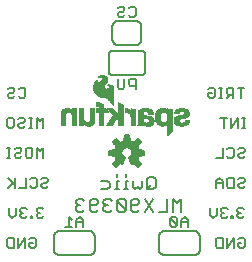
<source format=gbo>
G75*
%MOIN*%
%OFA0B0*%
%FSLAX25Y25*%
%IPPOS*%
%LPD*%
%AMOC8*
5,1,8,0,0,1.08239X$1,22.5*
%
%ADD10C,0.00600*%
%ADD11C,0.00800*%
%ADD12C,0.00591*%
%ADD13C,0.00300*%
D10*
X0175898Y0073867D02*
X0175898Y0076136D01*
X0176466Y0076703D01*
X0178167Y0076703D01*
X0178167Y0073300D01*
X0176466Y0073300D01*
X0175898Y0073867D01*
X0179582Y0073300D02*
X0179582Y0076703D01*
X0181850Y0076703D02*
X0179582Y0073300D01*
X0181850Y0073300D02*
X0181850Y0076703D01*
X0183265Y0076136D02*
X0183832Y0076703D01*
X0184966Y0076703D01*
X0185533Y0076136D01*
X0185533Y0073867D01*
X0184966Y0073300D01*
X0183832Y0073300D01*
X0183265Y0073867D01*
X0183265Y0075001D01*
X0184399Y0075001D01*
X0191533Y0077200D02*
X0191533Y0072800D01*
X0191535Y0072717D01*
X0191541Y0072634D01*
X0191550Y0072551D01*
X0191564Y0072469D01*
X0191581Y0072388D01*
X0191602Y0072307D01*
X0191626Y0072228D01*
X0191655Y0072150D01*
X0191686Y0072073D01*
X0191722Y0071998D01*
X0191760Y0071924D01*
X0191803Y0071852D01*
X0191848Y0071783D01*
X0191897Y0071715D01*
X0191948Y0071650D01*
X0192003Y0071587D01*
X0192060Y0071527D01*
X0192120Y0071470D01*
X0192183Y0071415D01*
X0192248Y0071364D01*
X0192316Y0071315D01*
X0192385Y0071270D01*
X0192457Y0071227D01*
X0192531Y0071189D01*
X0192606Y0071153D01*
X0192683Y0071122D01*
X0192761Y0071093D01*
X0192840Y0071069D01*
X0192921Y0071048D01*
X0193002Y0071031D01*
X0193084Y0071017D01*
X0193167Y0071008D01*
X0193250Y0071002D01*
X0193333Y0071000D01*
X0203333Y0071000D01*
X0203416Y0071002D01*
X0203499Y0071008D01*
X0203582Y0071017D01*
X0203664Y0071031D01*
X0203745Y0071048D01*
X0203826Y0071069D01*
X0203905Y0071093D01*
X0203983Y0071122D01*
X0204060Y0071153D01*
X0204135Y0071189D01*
X0204209Y0071227D01*
X0204281Y0071270D01*
X0204350Y0071315D01*
X0204418Y0071364D01*
X0204483Y0071415D01*
X0204546Y0071470D01*
X0204606Y0071527D01*
X0204663Y0071587D01*
X0204718Y0071650D01*
X0204769Y0071715D01*
X0204818Y0071783D01*
X0204863Y0071852D01*
X0204906Y0071924D01*
X0204944Y0071998D01*
X0204980Y0072073D01*
X0205011Y0072150D01*
X0205040Y0072228D01*
X0205064Y0072307D01*
X0205085Y0072388D01*
X0205102Y0072469D01*
X0205116Y0072551D01*
X0205125Y0072634D01*
X0205131Y0072717D01*
X0205133Y0072800D01*
X0205133Y0077200D01*
X0205131Y0077283D01*
X0205125Y0077366D01*
X0205116Y0077449D01*
X0205102Y0077531D01*
X0205085Y0077612D01*
X0205064Y0077693D01*
X0205040Y0077772D01*
X0205011Y0077850D01*
X0204980Y0077927D01*
X0204944Y0078002D01*
X0204906Y0078076D01*
X0204863Y0078148D01*
X0204818Y0078217D01*
X0204769Y0078285D01*
X0204718Y0078350D01*
X0204663Y0078413D01*
X0204606Y0078473D01*
X0204546Y0078530D01*
X0204483Y0078585D01*
X0204418Y0078636D01*
X0204350Y0078685D01*
X0204281Y0078730D01*
X0204209Y0078773D01*
X0204135Y0078811D01*
X0204060Y0078847D01*
X0203983Y0078878D01*
X0203905Y0078907D01*
X0203826Y0078931D01*
X0203745Y0078952D01*
X0203664Y0078969D01*
X0203582Y0078983D01*
X0203499Y0078992D01*
X0203416Y0078998D01*
X0203333Y0079000D01*
X0193333Y0079000D01*
X0193250Y0078998D01*
X0193167Y0078992D01*
X0193084Y0078983D01*
X0193002Y0078969D01*
X0192921Y0078952D01*
X0192840Y0078931D01*
X0192761Y0078907D01*
X0192683Y0078878D01*
X0192606Y0078847D01*
X0192531Y0078811D01*
X0192457Y0078773D01*
X0192385Y0078730D01*
X0192316Y0078685D01*
X0192248Y0078636D01*
X0192183Y0078585D01*
X0192120Y0078530D01*
X0192060Y0078473D01*
X0192003Y0078413D01*
X0191948Y0078350D01*
X0191897Y0078285D01*
X0191848Y0078217D01*
X0191803Y0078148D01*
X0191760Y0078076D01*
X0191722Y0078002D01*
X0191686Y0077927D01*
X0191655Y0077850D01*
X0191626Y0077772D01*
X0191602Y0077693D01*
X0191581Y0077612D01*
X0191564Y0077531D01*
X0191550Y0077449D01*
X0191541Y0077366D01*
X0191535Y0077283D01*
X0191533Y0077200D01*
X0195265Y0080300D02*
X0197533Y0080300D01*
X0196399Y0080300D02*
X0196399Y0083703D01*
X0197533Y0082569D01*
X0198948Y0082569D02*
X0198948Y0080300D01*
X0198948Y0082001D02*
X0201216Y0082001D01*
X0201216Y0082569D02*
X0201216Y0080300D01*
X0201216Y0082569D02*
X0200082Y0083703D01*
X0198948Y0082569D01*
X0188033Y0083867D02*
X0187466Y0083300D01*
X0186332Y0083300D01*
X0185765Y0083867D01*
X0185765Y0084434D01*
X0186332Y0085001D01*
X0186899Y0085001D01*
X0186332Y0085001D02*
X0185765Y0085569D01*
X0185765Y0086136D01*
X0186332Y0086703D01*
X0187466Y0086703D01*
X0188033Y0086136D01*
X0184350Y0083867D02*
X0183783Y0083867D01*
X0183783Y0083300D01*
X0184350Y0083300D01*
X0184350Y0083867D01*
X0182509Y0083867D02*
X0181941Y0083300D01*
X0180807Y0083300D01*
X0180240Y0083867D01*
X0180240Y0084434D01*
X0180807Y0085001D01*
X0181374Y0085001D01*
X0180807Y0085001D02*
X0180240Y0085569D01*
X0180240Y0086136D01*
X0180807Y0086703D01*
X0181941Y0086703D01*
X0182509Y0086136D01*
X0178825Y0086703D02*
X0178825Y0084434D01*
X0177691Y0083300D01*
X0176557Y0084434D01*
X0176557Y0086703D01*
X0176215Y0093300D02*
X0177917Y0095001D01*
X0178484Y0094434D02*
X0176215Y0096703D01*
X0178484Y0096703D02*
X0178484Y0093300D01*
X0179898Y0093300D02*
X0182167Y0093300D01*
X0182167Y0096703D01*
X0183582Y0096136D02*
X0184149Y0096703D01*
X0185283Y0096703D01*
X0185850Y0096136D01*
X0185850Y0093867D01*
X0185283Y0093300D01*
X0184149Y0093300D01*
X0183582Y0093867D01*
X0187265Y0093867D02*
X0187265Y0094434D01*
X0187832Y0095001D01*
X0188966Y0095001D01*
X0189533Y0095569D01*
X0189533Y0096136D01*
X0188966Y0096703D01*
X0187832Y0096703D01*
X0187265Y0096136D01*
X0187265Y0093867D02*
X0187832Y0093300D01*
X0188966Y0093300D01*
X0189533Y0093867D01*
X0188033Y0103300D02*
X0188033Y0106703D01*
X0186899Y0105569D01*
X0185765Y0106703D01*
X0185765Y0103300D01*
X0184350Y0103867D02*
X0184350Y0106136D01*
X0183783Y0106703D01*
X0182649Y0106703D01*
X0182082Y0106136D01*
X0182082Y0103867D01*
X0182649Y0103300D01*
X0183783Y0103300D01*
X0184350Y0103867D01*
X0180667Y0103867D02*
X0180100Y0103300D01*
X0178966Y0103300D01*
X0178398Y0103867D01*
X0178398Y0104434D01*
X0178966Y0105001D01*
X0180100Y0105001D01*
X0180667Y0105569D01*
X0180667Y0106136D01*
X0180100Y0106703D01*
X0178966Y0106703D01*
X0178398Y0106136D01*
X0176984Y0106703D02*
X0175850Y0106703D01*
X0176417Y0106703D02*
X0176417Y0103300D01*
X0176984Y0103300D02*
X0175850Y0103300D01*
X0176510Y0113300D02*
X0175943Y0113867D01*
X0175943Y0116136D01*
X0176510Y0116703D01*
X0177644Y0116703D01*
X0178212Y0116136D01*
X0178212Y0113867D01*
X0177644Y0113300D01*
X0176510Y0113300D01*
X0179626Y0113867D02*
X0180193Y0113300D01*
X0181328Y0113300D01*
X0181895Y0113867D01*
X0181328Y0115001D02*
X0180193Y0115001D01*
X0179626Y0114434D01*
X0179626Y0113867D01*
X0181328Y0115001D02*
X0181895Y0115569D01*
X0181895Y0116136D01*
X0181328Y0116703D01*
X0180193Y0116703D01*
X0179626Y0116136D01*
X0183216Y0116703D02*
X0184350Y0116703D01*
X0183783Y0116703D02*
X0183783Y0113300D01*
X0184350Y0113300D02*
X0183216Y0113300D01*
X0185765Y0113300D02*
X0185765Y0116703D01*
X0186899Y0115569D01*
X0188033Y0116703D01*
X0188033Y0113300D01*
X0181466Y0123300D02*
X0180332Y0123300D01*
X0179765Y0123867D01*
X0178350Y0123867D02*
X0177783Y0123300D01*
X0176649Y0123300D01*
X0176082Y0123867D01*
X0176082Y0124434D01*
X0176649Y0125001D01*
X0177783Y0125001D01*
X0178350Y0125569D01*
X0178350Y0126136D01*
X0177783Y0126703D01*
X0176649Y0126703D01*
X0176082Y0126136D01*
X0179765Y0126136D02*
X0180332Y0126703D01*
X0181466Y0126703D01*
X0182033Y0126136D01*
X0182033Y0123867D01*
X0181466Y0123300D01*
X0209833Y0132000D02*
X0209833Y0138000D01*
X0209835Y0138060D01*
X0209840Y0138121D01*
X0209849Y0138180D01*
X0209862Y0138239D01*
X0209878Y0138298D01*
X0209898Y0138355D01*
X0209921Y0138410D01*
X0209948Y0138465D01*
X0209977Y0138517D01*
X0210010Y0138568D01*
X0210046Y0138617D01*
X0210084Y0138663D01*
X0210126Y0138707D01*
X0210170Y0138749D01*
X0210216Y0138787D01*
X0210265Y0138823D01*
X0210316Y0138856D01*
X0210368Y0138885D01*
X0210423Y0138912D01*
X0210478Y0138935D01*
X0210535Y0138955D01*
X0210594Y0138971D01*
X0210653Y0138984D01*
X0210712Y0138993D01*
X0210773Y0138998D01*
X0210833Y0139000D01*
X0220833Y0139000D01*
X0220893Y0138998D01*
X0220954Y0138993D01*
X0221013Y0138984D01*
X0221072Y0138971D01*
X0221131Y0138955D01*
X0221188Y0138935D01*
X0221243Y0138912D01*
X0221298Y0138885D01*
X0221350Y0138856D01*
X0221401Y0138823D01*
X0221450Y0138787D01*
X0221496Y0138749D01*
X0221540Y0138707D01*
X0221582Y0138663D01*
X0221620Y0138617D01*
X0221656Y0138568D01*
X0221689Y0138517D01*
X0221718Y0138465D01*
X0221745Y0138410D01*
X0221768Y0138355D01*
X0221788Y0138298D01*
X0221804Y0138239D01*
X0221817Y0138180D01*
X0221826Y0138121D01*
X0221831Y0138060D01*
X0221833Y0138000D01*
X0221833Y0132000D01*
X0221831Y0131940D01*
X0221826Y0131879D01*
X0221817Y0131820D01*
X0221804Y0131761D01*
X0221788Y0131702D01*
X0221768Y0131645D01*
X0221745Y0131590D01*
X0221718Y0131535D01*
X0221689Y0131483D01*
X0221656Y0131432D01*
X0221620Y0131383D01*
X0221582Y0131337D01*
X0221540Y0131293D01*
X0221496Y0131251D01*
X0221450Y0131213D01*
X0221401Y0131177D01*
X0221350Y0131144D01*
X0221298Y0131115D01*
X0221243Y0131088D01*
X0221188Y0131065D01*
X0221131Y0131045D01*
X0221072Y0131029D01*
X0221013Y0131016D01*
X0220954Y0131007D01*
X0220893Y0131002D01*
X0220833Y0131000D01*
X0210833Y0131000D01*
X0210773Y0131002D01*
X0210712Y0131007D01*
X0210653Y0131016D01*
X0210594Y0131029D01*
X0210535Y0131045D01*
X0210478Y0131065D01*
X0210423Y0131088D01*
X0210368Y0131115D01*
X0210316Y0131144D01*
X0210265Y0131177D01*
X0210216Y0131213D01*
X0210170Y0131251D01*
X0210126Y0131293D01*
X0210084Y0131337D01*
X0210046Y0131383D01*
X0210010Y0131432D01*
X0209977Y0131483D01*
X0209948Y0131535D01*
X0209921Y0131590D01*
X0209898Y0131645D01*
X0209878Y0131702D01*
X0209862Y0131761D01*
X0209849Y0131820D01*
X0209840Y0131879D01*
X0209835Y0131940D01*
X0209833Y0132000D01*
X0212765Y0129703D02*
X0212765Y0126867D01*
X0213332Y0126300D01*
X0214466Y0126300D01*
X0215033Y0126867D01*
X0215033Y0129703D01*
X0216448Y0129136D02*
X0216448Y0128001D01*
X0217015Y0127434D01*
X0218716Y0127434D01*
X0218716Y0126300D02*
X0218716Y0129703D01*
X0217015Y0129703D01*
X0216448Y0129136D01*
X0218833Y0141000D02*
X0212833Y0141000D01*
X0212750Y0141002D01*
X0212667Y0141008D01*
X0212584Y0141017D01*
X0212502Y0141031D01*
X0212421Y0141048D01*
X0212340Y0141069D01*
X0212261Y0141093D01*
X0212183Y0141122D01*
X0212106Y0141153D01*
X0212031Y0141189D01*
X0211957Y0141227D01*
X0211885Y0141270D01*
X0211816Y0141315D01*
X0211748Y0141364D01*
X0211683Y0141415D01*
X0211620Y0141470D01*
X0211560Y0141527D01*
X0211503Y0141587D01*
X0211448Y0141650D01*
X0211397Y0141715D01*
X0211348Y0141783D01*
X0211303Y0141852D01*
X0211260Y0141924D01*
X0211222Y0141998D01*
X0211186Y0142073D01*
X0211155Y0142150D01*
X0211126Y0142228D01*
X0211102Y0142307D01*
X0211081Y0142388D01*
X0211064Y0142469D01*
X0211050Y0142551D01*
X0211041Y0142634D01*
X0211035Y0142717D01*
X0211033Y0142800D01*
X0211033Y0147200D01*
X0211035Y0147283D01*
X0211041Y0147366D01*
X0211050Y0147449D01*
X0211064Y0147531D01*
X0211081Y0147612D01*
X0211102Y0147693D01*
X0211126Y0147772D01*
X0211155Y0147850D01*
X0211186Y0147927D01*
X0211222Y0148002D01*
X0211260Y0148076D01*
X0211303Y0148148D01*
X0211348Y0148217D01*
X0211397Y0148285D01*
X0211448Y0148350D01*
X0211503Y0148413D01*
X0211560Y0148473D01*
X0211620Y0148530D01*
X0211683Y0148585D01*
X0211748Y0148636D01*
X0211816Y0148685D01*
X0211885Y0148730D01*
X0211957Y0148773D01*
X0212031Y0148811D01*
X0212106Y0148847D01*
X0212183Y0148878D01*
X0212261Y0148907D01*
X0212340Y0148931D01*
X0212421Y0148952D01*
X0212502Y0148969D01*
X0212584Y0148983D01*
X0212667Y0148992D01*
X0212750Y0148998D01*
X0212833Y0149000D01*
X0218833Y0149000D01*
X0218149Y0150300D02*
X0217015Y0150300D01*
X0216448Y0150867D01*
X0215033Y0150867D02*
X0214466Y0150300D01*
X0213332Y0150300D01*
X0212765Y0150867D01*
X0212765Y0151434D01*
X0213332Y0152001D01*
X0214466Y0152001D01*
X0215033Y0152569D01*
X0215033Y0153136D01*
X0214466Y0153703D01*
X0213332Y0153703D01*
X0212765Y0153136D01*
X0216448Y0153136D02*
X0217015Y0153703D01*
X0218149Y0153703D01*
X0218716Y0153136D01*
X0218716Y0150867D01*
X0218149Y0150300D01*
X0218833Y0149000D02*
X0218916Y0148998D01*
X0218999Y0148992D01*
X0219082Y0148983D01*
X0219164Y0148969D01*
X0219245Y0148952D01*
X0219326Y0148931D01*
X0219405Y0148907D01*
X0219483Y0148878D01*
X0219560Y0148847D01*
X0219635Y0148811D01*
X0219709Y0148773D01*
X0219781Y0148730D01*
X0219850Y0148685D01*
X0219918Y0148636D01*
X0219983Y0148585D01*
X0220046Y0148530D01*
X0220106Y0148473D01*
X0220163Y0148413D01*
X0220218Y0148350D01*
X0220269Y0148285D01*
X0220318Y0148217D01*
X0220363Y0148148D01*
X0220406Y0148076D01*
X0220444Y0148002D01*
X0220480Y0147927D01*
X0220511Y0147850D01*
X0220540Y0147772D01*
X0220564Y0147693D01*
X0220585Y0147612D01*
X0220602Y0147531D01*
X0220616Y0147449D01*
X0220625Y0147366D01*
X0220631Y0147283D01*
X0220633Y0147200D01*
X0220633Y0142800D01*
X0220631Y0142717D01*
X0220625Y0142634D01*
X0220616Y0142551D01*
X0220602Y0142469D01*
X0220585Y0142388D01*
X0220564Y0142307D01*
X0220540Y0142228D01*
X0220511Y0142150D01*
X0220480Y0142073D01*
X0220444Y0141998D01*
X0220406Y0141924D01*
X0220363Y0141852D01*
X0220318Y0141783D01*
X0220269Y0141715D01*
X0220218Y0141650D01*
X0220163Y0141587D01*
X0220106Y0141527D01*
X0220046Y0141470D01*
X0219983Y0141415D01*
X0219918Y0141364D01*
X0219850Y0141315D01*
X0219781Y0141270D01*
X0219709Y0141227D01*
X0219635Y0141189D01*
X0219560Y0141153D01*
X0219483Y0141122D01*
X0219405Y0141093D01*
X0219326Y0141069D01*
X0219245Y0141048D01*
X0219164Y0141031D01*
X0219082Y0141017D01*
X0218999Y0141008D01*
X0218916Y0141002D01*
X0218833Y0141000D01*
X0242948Y0126136D02*
X0243515Y0126703D01*
X0244649Y0126703D01*
X0245216Y0126136D01*
X0245216Y0123867D01*
X0244649Y0123300D01*
X0243515Y0123300D01*
X0242948Y0123867D01*
X0242948Y0125001D01*
X0244082Y0125001D01*
X0246538Y0123300D02*
X0247672Y0123300D01*
X0247105Y0123300D02*
X0247105Y0126703D01*
X0247672Y0126703D02*
X0246538Y0126703D01*
X0249086Y0126136D02*
X0249086Y0125001D01*
X0249654Y0124434D01*
X0251355Y0124434D01*
X0251355Y0123300D02*
X0251355Y0126703D01*
X0249654Y0126703D01*
X0249086Y0126136D01*
X0250221Y0124434D02*
X0249086Y0123300D01*
X0253904Y0123300D02*
X0253904Y0126703D01*
X0255038Y0126703D02*
X0252770Y0126703D01*
X0252900Y0116703D02*
X0250631Y0113300D01*
X0250631Y0116703D01*
X0249216Y0116703D02*
X0246948Y0116703D01*
X0248082Y0116703D02*
X0248082Y0113300D01*
X0252900Y0113300D02*
X0252900Y0116703D01*
X0254221Y0116703D02*
X0255355Y0116703D01*
X0254788Y0116703D02*
X0254788Y0113300D01*
X0255355Y0113300D02*
X0254221Y0113300D01*
X0254516Y0106703D02*
X0253381Y0106703D01*
X0252814Y0106136D01*
X0253381Y0105001D02*
X0252814Y0104434D01*
X0252814Y0103867D01*
X0253381Y0103300D01*
X0254516Y0103300D01*
X0255083Y0103867D01*
X0254516Y0105001D02*
X0253381Y0105001D01*
X0254516Y0105001D02*
X0255083Y0105569D01*
X0255083Y0106136D01*
X0254516Y0106703D01*
X0251400Y0106136D02*
X0251400Y0103867D01*
X0250832Y0103300D01*
X0249698Y0103300D01*
X0249131Y0103867D01*
X0247716Y0103300D02*
X0245448Y0103300D01*
X0247716Y0103300D02*
X0247716Y0106703D01*
X0249131Y0106136D02*
X0249698Y0106703D01*
X0250832Y0106703D01*
X0251400Y0106136D01*
X0251400Y0096703D02*
X0249698Y0096703D01*
X0249131Y0096136D01*
X0249131Y0093867D01*
X0249698Y0093300D01*
X0251400Y0093300D01*
X0251400Y0096703D01*
X0252814Y0096136D02*
X0253381Y0096703D01*
X0254516Y0096703D01*
X0255083Y0096136D01*
X0255083Y0095569D01*
X0254516Y0095001D01*
X0253381Y0095001D01*
X0252814Y0094434D01*
X0252814Y0093867D01*
X0253381Y0093300D01*
X0254516Y0093300D01*
X0255083Y0093867D01*
X0247716Y0093300D02*
X0247716Y0095569D01*
X0246582Y0096703D01*
X0245448Y0095569D01*
X0245448Y0093300D01*
X0245448Y0095001D02*
X0247716Y0095001D01*
X0247698Y0086703D02*
X0247131Y0086136D01*
X0247131Y0085569D01*
X0247698Y0085001D01*
X0247131Y0084434D01*
X0247131Y0083867D01*
X0247698Y0083300D01*
X0248832Y0083300D01*
X0249400Y0083867D01*
X0250674Y0083867D02*
X0250674Y0083300D01*
X0251241Y0083300D01*
X0251241Y0083867D01*
X0250674Y0083867D01*
X0252656Y0083867D02*
X0253223Y0083300D01*
X0254357Y0083300D01*
X0254924Y0083867D01*
X0253790Y0085001D02*
X0253223Y0085001D01*
X0252656Y0084434D01*
X0252656Y0083867D01*
X0253223Y0085001D02*
X0252656Y0085569D01*
X0252656Y0086136D01*
X0253223Y0086703D01*
X0254357Y0086703D01*
X0254924Y0086136D01*
X0249400Y0086136D02*
X0248832Y0086703D01*
X0247698Y0086703D01*
X0247698Y0085001D02*
X0248265Y0085001D01*
X0245716Y0084434D02*
X0244582Y0083300D01*
X0243448Y0084434D01*
X0243448Y0086703D01*
X0245716Y0086703D02*
X0245716Y0084434D01*
X0238333Y0079000D02*
X0228333Y0079000D01*
X0228250Y0078998D01*
X0228167Y0078992D01*
X0228084Y0078983D01*
X0228002Y0078969D01*
X0227921Y0078952D01*
X0227840Y0078931D01*
X0227761Y0078907D01*
X0227683Y0078878D01*
X0227606Y0078847D01*
X0227531Y0078811D01*
X0227457Y0078773D01*
X0227385Y0078730D01*
X0227316Y0078685D01*
X0227248Y0078636D01*
X0227183Y0078585D01*
X0227120Y0078530D01*
X0227060Y0078473D01*
X0227003Y0078413D01*
X0226948Y0078350D01*
X0226897Y0078285D01*
X0226848Y0078217D01*
X0226803Y0078148D01*
X0226760Y0078076D01*
X0226722Y0078002D01*
X0226686Y0077927D01*
X0226655Y0077850D01*
X0226626Y0077772D01*
X0226602Y0077693D01*
X0226581Y0077612D01*
X0226564Y0077531D01*
X0226550Y0077449D01*
X0226541Y0077366D01*
X0226535Y0077283D01*
X0226533Y0077200D01*
X0226533Y0072800D01*
X0226535Y0072717D01*
X0226541Y0072634D01*
X0226550Y0072551D01*
X0226564Y0072469D01*
X0226581Y0072388D01*
X0226602Y0072307D01*
X0226626Y0072228D01*
X0226655Y0072150D01*
X0226686Y0072073D01*
X0226722Y0071998D01*
X0226760Y0071924D01*
X0226803Y0071852D01*
X0226848Y0071783D01*
X0226897Y0071715D01*
X0226948Y0071650D01*
X0227003Y0071587D01*
X0227060Y0071527D01*
X0227120Y0071470D01*
X0227183Y0071415D01*
X0227248Y0071364D01*
X0227316Y0071315D01*
X0227385Y0071270D01*
X0227457Y0071227D01*
X0227531Y0071189D01*
X0227606Y0071153D01*
X0227683Y0071122D01*
X0227761Y0071093D01*
X0227840Y0071069D01*
X0227921Y0071048D01*
X0228002Y0071031D01*
X0228084Y0071017D01*
X0228167Y0071008D01*
X0228250Y0071002D01*
X0228333Y0071000D01*
X0238333Y0071000D01*
X0238416Y0071002D01*
X0238499Y0071008D01*
X0238582Y0071017D01*
X0238664Y0071031D01*
X0238745Y0071048D01*
X0238826Y0071069D01*
X0238905Y0071093D01*
X0238983Y0071122D01*
X0239060Y0071153D01*
X0239135Y0071189D01*
X0239209Y0071227D01*
X0239281Y0071270D01*
X0239350Y0071315D01*
X0239418Y0071364D01*
X0239483Y0071415D01*
X0239546Y0071470D01*
X0239606Y0071527D01*
X0239663Y0071587D01*
X0239718Y0071650D01*
X0239769Y0071715D01*
X0239818Y0071783D01*
X0239863Y0071852D01*
X0239906Y0071924D01*
X0239944Y0071998D01*
X0239980Y0072073D01*
X0240011Y0072150D01*
X0240040Y0072228D01*
X0240064Y0072307D01*
X0240085Y0072388D01*
X0240102Y0072469D01*
X0240116Y0072551D01*
X0240125Y0072634D01*
X0240131Y0072717D01*
X0240133Y0072800D01*
X0240133Y0077200D01*
X0240131Y0077283D01*
X0240125Y0077366D01*
X0240116Y0077449D01*
X0240102Y0077531D01*
X0240085Y0077612D01*
X0240064Y0077693D01*
X0240040Y0077772D01*
X0240011Y0077850D01*
X0239980Y0077927D01*
X0239944Y0078002D01*
X0239906Y0078076D01*
X0239863Y0078148D01*
X0239818Y0078217D01*
X0239769Y0078285D01*
X0239718Y0078350D01*
X0239663Y0078413D01*
X0239606Y0078473D01*
X0239546Y0078530D01*
X0239483Y0078585D01*
X0239418Y0078636D01*
X0239350Y0078685D01*
X0239281Y0078730D01*
X0239209Y0078773D01*
X0239135Y0078811D01*
X0239060Y0078847D01*
X0238983Y0078878D01*
X0238905Y0078907D01*
X0238826Y0078931D01*
X0238745Y0078952D01*
X0238664Y0078969D01*
X0238582Y0078983D01*
X0238499Y0078992D01*
X0238416Y0078998D01*
X0238333Y0079000D01*
X0236216Y0080300D02*
X0236216Y0082569D01*
X0235082Y0083703D01*
X0233948Y0082569D01*
X0233948Y0080300D01*
X0232533Y0080867D02*
X0230265Y0083136D01*
X0230265Y0080867D01*
X0230832Y0080300D01*
X0231966Y0080300D01*
X0232533Y0080867D01*
X0232533Y0083136D01*
X0231966Y0083703D01*
X0230832Y0083703D01*
X0230265Y0083136D01*
X0233948Y0082001D02*
X0236216Y0082001D01*
X0245448Y0076136D02*
X0246015Y0076703D01*
X0247716Y0076703D01*
X0247716Y0073300D01*
X0246015Y0073300D01*
X0245448Y0073867D01*
X0245448Y0076136D01*
X0249131Y0076703D02*
X0249131Y0073300D01*
X0251400Y0076703D01*
X0251400Y0073300D01*
X0252814Y0073867D02*
X0252814Y0075001D01*
X0253948Y0075001D01*
X0252814Y0073867D02*
X0253381Y0073300D01*
X0254516Y0073300D01*
X0255083Y0073867D01*
X0255083Y0076136D01*
X0254516Y0076703D01*
X0253381Y0076703D01*
X0252814Y0076136D01*
D11*
X0233849Y0085400D02*
X0233849Y0089604D01*
X0232448Y0088202D01*
X0231047Y0089604D01*
X0231047Y0085400D01*
X0229245Y0085400D02*
X0226443Y0085400D01*
X0224641Y0085400D02*
X0221839Y0089604D01*
X0220037Y0088903D02*
X0220037Y0088202D01*
X0219337Y0087502D01*
X0217235Y0087502D01*
X0217235Y0086101D02*
X0217235Y0088903D01*
X0217935Y0089604D01*
X0219337Y0089604D01*
X0220037Y0088903D01*
X0221839Y0085400D02*
X0224641Y0089604D01*
X0229245Y0089604D02*
X0229245Y0085400D01*
X0220037Y0086101D02*
X0219337Y0085400D01*
X0217935Y0085400D01*
X0217235Y0086101D01*
X0215433Y0086101D02*
X0212631Y0088903D01*
X0212631Y0086101D01*
X0213332Y0085400D01*
X0214733Y0085400D01*
X0215433Y0086101D01*
X0215433Y0088903D01*
X0214733Y0089604D01*
X0213332Y0089604D01*
X0212631Y0088903D01*
X0210829Y0088903D02*
X0210129Y0089604D01*
X0208728Y0089604D01*
X0208027Y0088903D01*
X0208027Y0088202D01*
X0208728Y0087502D01*
X0208027Y0086801D01*
X0208027Y0086101D01*
X0208728Y0085400D01*
X0210129Y0085400D01*
X0210829Y0086101D01*
X0209428Y0087502D02*
X0208728Y0087502D01*
X0206226Y0088202D02*
X0205525Y0087502D01*
X0203423Y0087502D01*
X0203423Y0086101D02*
X0203423Y0088903D01*
X0204124Y0089604D01*
X0205525Y0089604D01*
X0206226Y0088903D01*
X0206226Y0088202D01*
X0201622Y0088903D02*
X0200921Y0089604D01*
X0199520Y0089604D01*
X0198819Y0088903D01*
X0198819Y0088202D01*
X0199520Y0087502D01*
X0198819Y0086801D01*
X0198819Y0086101D01*
X0199520Y0085400D01*
X0200921Y0085400D01*
X0201622Y0086101D01*
X0203423Y0086101D02*
X0204124Y0085400D01*
X0205525Y0085400D01*
X0206226Y0086101D01*
X0200220Y0087502D02*
X0199520Y0087502D01*
X0207260Y0092900D02*
X0209362Y0092900D01*
X0210062Y0093601D01*
X0210062Y0095002D01*
X0209362Y0095702D01*
X0207260Y0095702D01*
X0212431Y0095702D02*
X0212431Y0092900D01*
X0213131Y0092900D02*
X0211730Y0092900D01*
X0212431Y0095702D02*
X0213131Y0095702D01*
X0212431Y0097104D02*
X0212431Y0097804D01*
X0215500Y0097804D02*
X0215500Y0097104D01*
X0215500Y0095702D02*
X0215500Y0092900D01*
X0216201Y0092900D02*
X0214799Y0092900D01*
X0215500Y0095702D02*
X0216201Y0095702D01*
X0218002Y0095702D02*
X0218002Y0093601D01*
X0218703Y0092900D01*
X0219403Y0093601D01*
X0220104Y0092900D01*
X0220805Y0093601D01*
X0220805Y0095702D01*
X0222606Y0096403D02*
X0222606Y0093601D01*
X0223307Y0092900D01*
X0224708Y0092900D01*
X0225409Y0093601D01*
X0225409Y0096403D01*
X0224708Y0097104D01*
X0223307Y0097104D01*
X0222606Y0096403D01*
X0224007Y0094301D02*
X0222606Y0092900D01*
D12*
X0219469Y0100346D02*
X0217985Y0101557D01*
X0217387Y0101249D01*
X0216540Y0103295D01*
X0216918Y0103507D01*
X0217237Y0103801D01*
X0217478Y0104162D01*
X0217628Y0104569D01*
X0217679Y0105000D01*
X0217626Y0105439D01*
X0217470Y0105852D01*
X0217221Y0106217D01*
X0216892Y0106511D01*
X0216502Y0106720D01*
X0216074Y0106829D01*
X0215633Y0106834D01*
X0215202Y0106734D01*
X0214808Y0106534D01*
X0214473Y0106246D01*
X0214216Y0105887D01*
X0214051Y0105477D01*
X0213989Y0105040D01*
X0214032Y0104600D01*
X0214178Y0104184D01*
X0214420Y0103814D01*
X0214742Y0103512D01*
X0215127Y0103295D01*
X0214279Y0101249D01*
X0213682Y0101557D01*
X0212198Y0100346D01*
X0211180Y0101364D01*
X0212390Y0102848D01*
X0212082Y0103446D01*
X0211877Y0104087D01*
X0209972Y0104280D01*
X0209972Y0105720D01*
X0211877Y0105913D01*
X0212082Y0106554D01*
X0212390Y0107152D01*
X0211180Y0108636D01*
X0212198Y0109654D01*
X0213682Y0108443D01*
X0214280Y0108751D01*
X0214920Y0108956D01*
X0215114Y0110861D01*
X0216553Y0110861D01*
X0216747Y0108956D01*
X0217387Y0108751D01*
X0217985Y0108443D01*
X0219469Y0109654D01*
X0220487Y0108636D01*
X0219277Y0107152D01*
X0219585Y0106554D01*
X0219790Y0105913D01*
X0221695Y0105720D01*
X0221695Y0104280D01*
X0219790Y0104087D01*
X0219585Y0103446D01*
X0219277Y0102848D01*
X0220487Y0101364D01*
X0219469Y0100346D01*
X0219481Y0100358D02*
X0219455Y0100358D01*
X0220070Y0100947D02*
X0218733Y0100947D01*
X0218010Y0101536D02*
X0220347Y0101536D01*
X0219866Y0102125D02*
X0217024Y0102125D01*
X0216780Y0102714D02*
X0219386Y0102714D01*
X0219511Y0103303D02*
X0216554Y0103303D01*
X0217298Y0103892D02*
X0219727Y0103892D01*
X0221695Y0104481D02*
X0217596Y0104481D01*
X0217671Y0105070D02*
X0221695Y0105070D01*
X0221695Y0105659D02*
X0217543Y0105659D01*
X0217185Y0106248D02*
X0219682Y0106248D01*
X0219438Y0106837D02*
X0212228Y0106837D01*
X0212166Y0107427D02*
X0219501Y0107427D01*
X0219981Y0108016D02*
X0211685Y0108016D01*
X0211205Y0108605D02*
X0213484Y0108605D01*
X0213995Y0108605D02*
X0217672Y0108605D01*
X0218183Y0108605D02*
X0220461Y0108605D01*
X0219929Y0109194D02*
X0218905Y0109194D01*
X0216723Y0109194D02*
X0214944Y0109194D01*
X0215004Y0109783D02*
X0216663Y0109783D01*
X0216603Y0110372D02*
X0215064Y0110372D01*
X0212761Y0109194D02*
X0211738Y0109194D01*
X0211984Y0106248D02*
X0214476Y0106248D01*
X0214124Y0105659D02*
X0209972Y0105659D01*
X0209972Y0105070D02*
X0213993Y0105070D01*
X0214074Y0104481D02*
X0209972Y0104481D01*
X0211939Y0103892D02*
X0214369Y0103892D01*
X0215112Y0103303D02*
X0212156Y0103303D01*
X0212280Y0102714D02*
X0214886Y0102714D01*
X0214642Y0102125D02*
X0211800Y0102125D01*
X0211320Y0101536D02*
X0213656Y0101536D01*
X0213722Y0101536D02*
X0214398Y0101536D01*
X0212934Y0100947D02*
X0211597Y0100947D01*
X0212186Y0100358D02*
X0212211Y0100358D01*
X0217268Y0101536D02*
X0217945Y0101536D01*
D13*
X0229318Y0110894D02*
X0229475Y0111051D01*
X0229672Y0111248D01*
X0229869Y0111406D01*
X0230066Y0111563D01*
X0230262Y0111720D01*
X0230459Y0111917D01*
X0230617Y0112075D01*
X0230814Y0112232D01*
X0230814Y0119516D01*
X0230656Y0119555D01*
X0230459Y0119594D01*
X0230262Y0119594D01*
X0230105Y0119634D01*
X0229908Y0119673D01*
X0229751Y0119713D01*
X0229554Y0119752D01*
X0229357Y0119791D01*
X0229357Y0119083D01*
X0229199Y0119280D01*
X0229042Y0119437D01*
X0228845Y0119594D01*
X0228648Y0119713D01*
X0228451Y0119831D01*
X0228215Y0119870D01*
X0227979Y0119909D01*
X0227703Y0119909D01*
X0227113Y0119870D01*
X0226562Y0119673D01*
X0226129Y0119398D01*
X0225774Y0119004D01*
X0225499Y0118571D01*
X0225341Y0118059D01*
X0225223Y0117508D01*
X0225184Y0116917D01*
X0226719Y0116957D01*
X0226719Y0117311D01*
X0226759Y0117626D01*
X0226877Y0117941D01*
X0226995Y0118217D01*
X0227192Y0118453D01*
X0227428Y0118610D01*
X0227703Y0118728D01*
X0228058Y0118768D01*
X0228373Y0118728D01*
X0228688Y0118610D01*
X0228885Y0118453D01*
X0229081Y0118217D01*
X0229199Y0117941D01*
X0229318Y0117626D01*
X0229357Y0117311D01*
X0229357Y0116642D01*
X0229278Y0116327D01*
X0229199Y0116012D01*
X0229081Y0115736D01*
X0228885Y0115539D01*
X0228648Y0115343D01*
X0228373Y0115264D01*
X0228018Y0115224D01*
X0227703Y0115264D01*
X0227388Y0115343D01*
X0227152Y0115539D01*
X0226995Y0115736D01*
X0226877Y0116012D01*
X0225538Y0115382D01*
X0225774Y0114949D01*
X0226129Y0114594D01*
X0226562Y0114280D01*
X0227034Y0114122D01*
X0227625Y0114043D01*
X0227861Y0114083D01*
X0228097Y0114122D01*
X0228333Y0114161D01*
X0228570Y0114280D01*
X0228766Y0114398D01*
X0228963Y0114516D01*
X0229121Y0114713D01*
X0229278Y0114909D01*
X0229318Y0114909D01*
X0229318Y0110894D01*
X0229318Y0111120D02*
X0229544Y0111120D01*
X0229318Y0111419D02*
X0229885Y0111419D01*
X0230258Y0111717D02*
X0229318Y0111717D01*
X0229318Y0112016D02*
X0230558Y0112016D01*
X0230814Y0112314D02*
X0229318Y0112314D01*
X0229318Y0112613D02*
X0230814Y0112613D01*
X0230814Y0112911D02*
X0229318Y0112911D01*
X0229318Y0113210D02*
X0230814Y0113210D01*
X0230814Y0113508D02*
X0229318Y0113508D01*
X0229318Y0113807D02*
X0230814Y0113807D01*
X0230814Y0114105D02*
X0229318Y0114105D01*
X0229318Y0114404D02*
X0230814Y0114404D01*
X0230814Y0114702D02*
X0229318Y0114702D01*
X0229112Y0114702D02*
X0226021Y0114702D01*
X0225746Y0115001D02*
X0230814Y0115001D01*
X0230814Y0115299D02*
X0228497Y0115299D01*
X0228943Y0115598D02*
X0230814Y0115598D01*
X0230814Y0115896D02*
X0229150Y0115896D01*
X0229245Y0116195D02*
X0230814Y0116195D01*
X0230814Y0116493D02*
X0229320Y0116493D01*
X0229357Y0116792D02*
X0230814Y0116792D01*
X0230814Y0117090D02*
X0229357Y0117090D01*
X0229347Y0117389D02*
X0230814Y0117389D01*
X0230814Y0117687D02*
X0229295Y0117687D01*
X0229180Y0117986D02*
X0230814Y0117986D01*
X0230814Y0118284D02*
X0229025Y0118284D01*
X0228722Y0118583D02*
X0230814Y0118583D01*
X0230814Y0118881D02*
X0225696Y0118881D01*
X0225506Y0118583D02*
X0227387Y0118583D01*
X0227051Y0118284D02*
X0225411Y0118284D01*
X0225326Y0117986D02*
X0226896Y0117986D01*
X0226782Y0117687D02*
X0225262Y0117687D01*
X0225215Y0117389D02*
X0226729Y0117389D01*
X0226719Y0117090D02*
X0225195Y0117090D01*
X0225184Y0116917D02*
X0225223Y0116366D01*
X0225341Y0115854D01*
X0225538Y0115382D01*
X0226877Y0116012D01*
X0226759Y0116327D01*
X0226719Y0116642D01*
X0226719Y0116957D01*
X0225184Y0116917D01*
X0225193Y0116792D02*
X0226719Y0116792D01*
X0226738Y0116493D02*
X0225214Y0116493D01*
X0225263Y0116195D02*
X0226808Y0116195D01*
X0226926Y0115896D02*
X0226631Y0115896D01*
X0225332Y0115896D01*
X0225448Y0115598D02*
X0225997Y0115598D01*
X0227105Y0115598D01*
X0227561Y0115299D02*
X0225583Y0115299D01*
X0224711Y0115303D02*
X0224711Y0115500D01*
X0224751Y0115697D01*
X0224672Y0116130D01*
X0224554Y0116484D01*
X0224396Y0116760D01*
X0224121Y0116996D01*
X0223845Y0117154D01*
X0223530Y0117272D01*
X0223215Y0117350D01*
X0222861Y0117390D01*
X0222546Y0116563D01*
X0222664Y0116524D01*
X0222743Y0116484D01*
X0222782Y0116445D01*
X0222861Y0116406D01*
X0222940Y0116366D01*
X0222979Y0116327D01*
X0223058Y0116287D01*
X0223097Y0116209D01*
X0223136Y0116130D01*
X0223176Y0116051D01*
X0223176Y0115972D01*
X0223215Y0115894D01*
X0223215Y0115697D01*
X0223176Y0115579D01*
X0223176Y0115500D01*
X0223136Y0115421D01*
X0223097Y0115382D01*
X0223058Y0115303D01*
X0222979Y0115264D01*
X0222940Y0115224D01*
X0222861Y0115185D01*
X0222782Y0115146D01*
X0222703Y0115146D01*
X0222625Y0115106D01*
X0222546Y0115106D01*
X0222467Y0115067D01*
X0222270Y0115067D01*
X0222073Y0115106D01*
X0221877Y0115106D01*
X0221719Y0115185D01*
X0221562Y0115224D01*
X0221444Y0115303D01*
X0221365Y0115382D01*
X0221286Y0115500D01*
X0221207Y0115579D01*
X0221168Y0115697D01*
X0221129Y0115815D01*
X0221089Y0115894D01*
X0221050Y0116012D01*
X0221050Y0116917D01*
X0221089Y0116878D01*
X0221129Y0116839D01*
X0221207Y0116839D01*
X0221286Y0116799D01*
X0221365Y0116760D01*
X0221444Y0116760D01*
X0221522Y0116720D01*
X0221680Y0116720D01*
X0221877Y0117508D01*
X0221601Y0117587D01*
X0221365Y0117665D01*
X0221168Y0117783D01*
X0221050Y0117941D01*
X0221050Y0118374D01*
X0221089Y0118453D01*
X0221129Y0118531D01*
X0221168Y0118610D01*
X0221207Y0118650D01*
X0221247Y0118728D01*
X0221325Y0118768D01*
X0221404Y0118807D01*
X0221483Y0118846D01*
X0221562Y0118846D01*
X0221640Y0118886D01*
X0222349Y0118886D01*
X0222428Y0118846D01*
X0222507Y0118807D01*
X0222585Y0118768D01*
X0222664Y0118728D01*
X0222743Y0118689D01*
X0222782Y0118650D01*
X0222861Y0118571D01*
X0222900Y0118531D01*
X0222940Y0118453D01*
X0222979Y0118335D01*
X0223018Y0118256D01*
X0223018Y0118059D01*
X0224554Y0118059D01*
X0224514Y0118295D01*
X0224475Y0118531D01*
X0224396Y0118768D01*
X0224278Y0118925D01*
X0224160Y0119122D01*
X0224042Y0119280D01*
X0223885Y0119398D01*
X0223688Y0119516D01*
X0223491Y0119634D01*
X0223294Y0119713D01*
X0223097Y0119752D01*
X0222861Y0119831D01*
X0222625Y0119870D01*
X0222428Y0119909D01*
X0221522Y0119909D01*
X0221325Y0119870D01*
X0221089Y0119870D01*
X0220892Y0119831D01*
X0220696Y0119752D01*
X0220499Y0119713D01*
X0220302Y0119634D01*
X0220144Y0119516D01*
X0219987Y0119398D01*
X0219829Y0119280D01*
X0219711Y0119122D01*
X0219633Y0118965D01*
X0219554Y0118768D01*
X0219514Y0118571D01*
X0219514Y0115146D01*
X0219475Y0115067D01*
X0219475Y0114713D01*
X0219436Y0114634D01*
X0219436Y0114555D01*
X0219396Y0114476D01*
X0219396Y0114358D01*
X0219357Y0114280D01*
X0219318Y0114240D01*
X0219318Y0114201D01*
X0220853Y0114201D01*
X0220853Y0114240D01*
X0220892Y0114280D01*
X0220892Y0114319D01*
X0220932Y0114358D01*
X0220932Y0114476D01*
X0220971Y0114516D01*
X0220971Y0114752D01*
X0221050Y0114634D01*
X0221168Y0114555D01*
X0221247Y0114476D01*
X0221365Y0114398D01*
X0221483Y0114358D01*
X0221601Y0114280D01*
X0221719Y0114240D01*
X0221837Y0114201D01*
X0221955Y0114161D01*
X0222073Y0114122D01*
X0222192Y0114122D01*
X0222310Y0114083D01*
X0222467Y0114083D01*
X0222585Y0114043D01*
X0223018Y0114043D01*
X0223215Y0114083D01*
X0223412Y0114083D01*
X0223570Y0114122D01*
X0223766Y0114201D01*
X0223924Y0114280D01*
X0224042Y0114358D01*
X0224199Y0114437D01*
X0224318Y0114555D01*
X0224396Y0114673D01*
X0224514Y0114831D01*
X0224593Y0114949D01*
X0224633Y0115146D01*
X0224711Y0115303D01*
X0224709Y0115299D02*
X0223050Y0115299D01*
X0223182Y0115598D02*
X0224731Y0115598D01*
X0224714Y0115896D02*
X0223214Y0115896D01*
X0223104Y0116195D02*
X0224650Y0116195D01*
X0224549Y0116493D02*
X0222725Y0116493D01*
X0222546Y0116563D02*
X0222861Y0117390D01*
X0222507Y0117429D01*
X0222152Y0117469D01*
X0221877Y0117508D01*
X0221680Y0116720D01*
X0221759Y0116681D01*
X0221837Y0116681D01*
X0221955Y0116642D01*
X0222113Y0116642D01*
X0222231Y0116602D01*
X0222388Y0116602D01*
X0222467Y0116563D01*
X0222546Y0116563D01*
X0222633Y0116792D02*
X0221698Y0116792D01*
X0221301Y0116792D01*
X0221050Y0116792D02*
X0219514Y0116792D01*
X0219514Y0117090D02*
X0221772Y0117090D01*
X0222747Y0117090D01*
X0223956Y0117090D01*
X0224359Y0116792D02*
X0222633Y0116792D01*
X0222861Y0117389D02*
X0221847Y0117389D01*
X0219514Y0117389D01*
X0219514Y0117687D02*
X0221328Y0117687D01*
X0221050Y0117986D02*
X0219514Y0117986D01*
X0219514Y0118284D02*
X0221050Y0118284D01*
X0221154Y0118583D02*
X0219517Y0118583D01*
X0219599Y0118881D02*
X0221632Y0118881D01*
X0222358Y0118881D02*
X0224311Y0118881D01*
X0224458Y0118583D02*
X0222849Y0118583D01*
X0223004Y0118284D02*
X0224516Y0118284D01*
X0224117Y0119180D02*
X0219755Y0119180D01*
X0220095Y0119478D02*
X0223750Y0119478D01*
X0223022Y0119777D02*
X0220758Y0119777D01*
X0218648Y0119516D02*
X0218648Y0118846D01*
X0218648Y0114201D01*
X0217113Y0114201D01*
X0217113Y0117075D01*
X0217034Y0117429D01*
X0216955Y0117705D01*
X0216798Y0117980D01*
X0216601Y0118217D01*
X0216325Y0118374D01*
X0216010Y0118453D01*
X0215617Y0118492D01*
X0215184Y0118492D01*
X0215105Y0118453D01*
X0215066Y0118453D01*
X0215066Y0119870D01*
X0215105Y0119870D01*
X0215144Y0119909D01*
X0215696Y0119909D01*
X0215971Y0119831D01*
X0216207Y0119752D01*
X0216483Y0119594D01*
X0216680Y0119437D01*
X0216877Y0119201D01*
X0217034Y0119004D01*
X0217192Y0118728D01*
X0217192Y0119791D01*
X0217349Y0119752D01*
X0217546Y0119713D01*
X0217743Y0119673D01*
X0217900Y0119634D01*
X0218097Y0119594D01*
X0218294Y0119594D01*
X0218451Y0119555D01*
X0218648Y0119516D01*
X0218648Y0119478D02*
X0217192Y0119478D01*
X0217192Y0119180D02*
X0218648Y0119180D01*
X0218648Y0118881D02*
X0217192Y0118881D01*
X0217104Y0118881D02*
X0215066Y0118881D01*
X0215066Y0118583D02*
X0218648Y0118583D01*
X0218648Y0118284D02*
X0216482Y0118284D01*
X0216793Y0117986D02*
X0218648Y0117986D01*
X0218648Y0117687D02*
X0216960Y0117687D01*
X0217043Y0117389D02*
X0218648Y0117389D01*
X0218648Y0117090D02*
X0217109Y0117090D01*
X0217113Y0116792D02*
X0218648Y0116792D01*
X0218648Y0116493D02*
X0217113Y0116493D01*
X0217113Y0116195D02*
X0218648Y0116195D01*
X0218648Y0115896D02*
X0217113Y0115896D01*
X0217113Y0115598D02*
X0218648Y0115598D01*
X0218648Y0115299D02*
X0217113Y0115299D01*
X0217113Y0115001D02*
X0218648Y0115001D01*
X0218648Y0114702D02*
X0217113Y0114702D01*
X0217113Y0114404D02*
X0218648Y0114404D01*
X0219396Y0114404D02*
X0220932Y0114404D01*
X0220971Y0114702D02*
X0219470Y0114702D01*
X0219475Y0115001D02*
X0224604Y0115001D01*
X0224418Y0114702D02*
X0221004Y0114702D01*
X0221356Y0114404D02*
X0224133Y0114404D01*
X0223502Y0114105D02*
X0222242Y0114105D01*
X0221449Y0115299D02*
X0219514Y0115299D01*
X0219514Y0115598D02*
X0221201Y0115598D01*
X0221088Y0115896D02*
X0219514Y0115896D01*
X0219514Y0116195D02*
X0221050Y0116195D01*
X0221050Y0116493D02*
X0219514Y0116493D01*
X0222861Y0117389D02*
X0222869Y0117389D01*
X0225933Y0119180D02*
X0229279Y0119180D01*
X0229357Y0119180D02*
X0230814Y0119180D01*
X0230814Y0119478D02*
X0229357Y0119478D01*
X0229357Y0119777D02*
X0229429Y0119777D01*
X0228990Y0119478D02*
X0226256Y0119478D01*
X0226852Y0119777D02*
X0228541Y0119777D01*
X0231680Y0118610D02*
X0231601Y0118138D01*
X0233058Y0118138D01*
X0233097Y0118335D01*
X0233176Y0118531D01*
X0233255Y0118650D01*
X0233373Y0118728D01*
X0233530Y0118807D01*
X0233727Y0118886D01*
X0234396Y0118886D01*
X0234514Y0118846D01*
X0234672Y0118807D01*
X0234790Y0118768D01*
X0234869Y0118650D01*
X0234948Y0118531D01*
X0234948Y0118374D01*
X0234908Y0118217D01*
X0234790Y0118059D01*
X0234633Y0117941D01*
X0234396Y0117823D01*
X0234160Y0117744D01*
X0233845Y0117705D01*
X0233530Y0117626D01*
X0233215Y0117547D01*
X0232900Y0117469D01*
X0232546Y0117390D01*
X0232270Y0117232D01*
X0231995Y0117075D01*
X0231759Y0116878D01*
X0231601Y0116642D01*
X0231483Y0116366D01*
X0231444Y0116012D01*
X0231522Y0115500D01*
X0231680Y0115067D01*
X0231916Y0114752D01*
X0232231Y0114476D01*
X0232625Y0114280D01*
X0233058Y0114161D01*
X0233530Y0114083D01*
X0234003Y0114043D01*
X0234475Y0114083D01*
X0234948Y0114161D01*
X0235381Y0114280D01*
X0235774Y0114476D01*
X0236089Y0114752D01*
X0236365Y0115106D01*
X0236522Y0115500D01*
X0236601Y0116012D01*
X0235341Y0116012D01*
X0235144Y0116012D01*
X0235144Y0115776D01*
X0235066Y0115579D01*
X0234948Y0115421D01*
X0234790Y0115303D01*
X0234633Y0115185D01*
X0234396Y0115146D01*
X0234199Y0115106D01*
X0233963Y0115067D01*
X0233806Y0115106D01*
X0233648Y0115106D01*
X0233491Y0115146D01*
X0233333Y0115224D01*
X0233176Y0115343D01*
X0233058Y0115461D01*
X0233018Y0115618D01*
X0232979Y0115776D01*
X0233018Y0115933D01*
X0233097Y0116091D01*
X0233255Y0116209D01*
X0233451Y0116327D01*
X0233688Y0116406D01*
X0234003Y0116484D01*
X0234318Y0116563D01*
X0234711Y0116642D01*
X0235066Y0116720D01*
X0235381Y0116839D01*
X0235656Y0116957D01*
X0235932Y0117114D01*
X0236168Y0117272D01*
X0236325Y0117508D01*
X0236444Y0117783D01*
X0236483Y0118138D01*
X0236444Y0118610D01*
X0236286Y0119004D01*
X0236010Y0119319D01*
X0235735Y0119555D01*
X0235341Y0119752D01*
X0234948Y0119831D01*
X0234514Y0119909D01*
X0233609Y0119909D01*
X0233176Y0119831D01*
X0232782Y0119713D01*
X0232428Y0119555D01*
X0232113Y0119319D01*
X0231877Y0119004D01*
X0231680Y0118610D01*
X0231675Y0118583D02*
X0233210Y0118583D01*
X0233087Y0118284D02*
X0231625Y0118284D01*
X0231815Y0118881D02*
X0233716Y0118881D01*
X0234410Y0118881D02*
X0236335Y0118881D01*
X0236446Y0118583D02*
X0234913Y0118583D01*
X0234925Y0118284D02*
X0236471Y0118284D01*
X0236466Y0117986D02*
X0234692Y0117986D01*
X0233776Y0117687D02*
X0236402Y0117687D01*
X0236246Y0117389D02*
X0232544Y0117389D01*
X0232022Y0117090D02*
X0235890Y0117090D01*
X0235256Y0116792D02*
X0231701Y0116792D01*
X0231537Y0116493D02*
X0234039Y0116493D01*
X0233236Y0116195D02*
X0231464Y0116195D01*
X0231461Y0115896D02*
X0233009Y0115896D01*
X0233023Y0115598D02*
X0231507Y0115598D01*
X0231595Y0115299D02*
X0233234Y0115299D01*
X0233395Y0114105D02*
X0234610Y0114105D01*
X0235629Y0114404D02*
X0232376Y0114404D01*
X0231973Y0114702D02*
X0236032Y0114702D01*
X0236283Y0115001D02*
X0231729Y0115001D01*
X0228777Y0114404D02*
X0226391Y0114404D01*
X0227160Y0114105D02*
X0227996Y0114105D01*
X0234785Y0115299D02*
X0236442Y0115299D01*
X0236537Y0115598D02*
X0235073Y0115598D01*
X0235144Y0115896D02*
X0236583Y0115896D01*
X0236132Y0119180D02*
X0232009Y0119180D01*
X0232326Y0119478D02*
X0235824Y0119478D01*
X0235216Y0119777D02*
X0232997Y0119777D01*
X0217249Y0119777D02*
X0217192Y0119777D01*
X0216628Y0119478D02*
X0215066Y0119478D01*
X0215066Y0119180D02*
X0216893Y0119180D01*
X0216132Y0119777D02*
X0215066Y0119777D01*
X0214475Y0119777D02*
X0212940Y0119777D01*
X0212940Y0120075D02*
X0214475Y0120075D01*
X0214475Y0120374D02*
X0212940Y0120374D01*
X0212940Y0120672D02*
X0214475Y0120672D01*
X0214475Y0120971D02*
X0212940Y0120971D01*
X0212940Y0121270D02*
X0214070Y0121270D01*
X0214475Y0121051D02*
X0214475Y0114201D01*
X0212940Y0114201D01*
X0212940Y0116130D01*
X0212349Y0116681D01*
X0210814Y0114201D01*
X0208963Y0114201D01*
X0211286Y0117744D01*
X0209199Y0119791D01*
X0211010Y0119791D01*
X0212940Y0117783D01*
X0212940Y0121878D01*
X0214475Y0121051D01*
X0213515Y0121568D02*
X0212940Y0121568D01*
X0212940Y0121867D02*
X0212961Y0121867D01*
X0211325Y0121867D02*
X0210471Y0121867D01*
X0210577Y0121760D02*
X0210341Y0121996D01*
X0210144Y0122272D01*
X0209869Y0122547D01*
X0209633Y0122783D01*
X0209436Y0123020D01*
X0209239Y0123177D01*
X0209042Y0123335D01*
X0208845Y0123453D01*
X0208609Y0123492D01*
X0207861Y0123492D01*
X0207388Y0123571D01*
X0206955Y0123689D01*
X0206562Y0123846D01*
X0206168Y0124083D01*
X0205853Y0124358D01*
X0205538Y0124673D01*
X0205262Y0125028D01*
X0204869Y0125736D01*
X0204672Y0126445D01*
X0204633Y0127154D01*
X0204751Y0127783D01*
X0204948Y0128335D01*
X0205223Y0128807D01*
X0205538Y0129161D01*
X0205853Y0129319D01*
X0205853Y0129004D01*
X0205892Y0128886D01*
X0205932Y0128768D01*
X0206050Y0128689D01*
X0206168Y0128650D01*
X0206444Y0128650D01*
X0206601Y0128728D01*
X0206759Y0128807D01*
X0206877Y0128886D01*
X0207034Y0129004D01*
X0207152Y0129083D01*
X0207270Y0129201D01*
X0207349Y0129358D01*
X0207428Y0129476D01*
X0207467Y0129634D01*
X0207507Y0129752D01*
X0207467Y0129870D01*
X0207428Y0129949D01*
X0207388Y0130067D01*
X0207310Y0130185D01*
X0207152Y0130303D01*
X0206995Y0130382D01*
X0206798Y0130421D01*
X0206640Y0130461D01*
X0206522Y0130461D01*
X0206404Y0130421D01*
X0206286Y0130421D01*
X0206325Y0130461D01*
X0206483Y0130579D01*
X0206719Y0130697D01*
X0207034Y0130815D01*
X0207388Y0130933D01*
X0207782Y0130933D01*
X0208215Y0130854D01*
X0208648Y0130618D01*
X0209003Y0130303D01*
X0209199Y0130028D01*
X0209318Y0129673D01*
X0209318Y0129358D01*
X0209239Y0129004D01*
X0209042Y0128650D01*
X0208766Y0128335D01*
X0208451Y0127980D01*
X0208176Y0127665D01*
X0208058Y0127390D01*
X0208058Y0127114D01*
X0208136Y0126878D01*
X0208294Y0126681D01*
X0208530Y0126524D01*
X0208845Y0126445D01*
X0209160Y0126445D01*
X0209357Y0126484D01*
X0209554Y0126563D01*
X0209672Y0126642D01*
X0209790Y0126760D01*
X0209869Y0126917D01*
X0209908Y0127035D01*
X0209908Y0127154D01*
X0209869Y0127272D01*
X0209790Y0127390D01*
X0209711Y0127469D01*
X0209633Y0127547D01*
X0209514Y0127587D01*
X0209436Y0127626D01*
X0209357Y0127665D01*
X0209318Y0127705D01*
X0209396Y0127744D01*
X0209475Y0127744D01*
X0209633Y0127783D01*
X0209948Y0127783D01*
X0210184Y0127744D01*
X0210381Y0127665D01*
X0210577Y0127587D01*
X0210735Y0127469D01*
X0210932Y0127350D01*
X0211050Y0127154D01*
X0211168Y0126917D01*
X0211247Y0126681D01*
X0211286Y0126327D01*
X0211325Y0125972D01*
X0211325Y0120933D01*
X0211286Y0120933D01*
X0211207Y0121051D01*
X0211089Y0121169D01*
X0210971Y0121327D01*
X0210774Y0121524D01*
X0210577Y0121760D01*
X0210737Y0121568D02*
X0211325Y0121568D01*
X0211325Y0121270D02*
X0211014Y0121270D01*
X0211261Y0120971D02*
X0211325Y0120971D01*
X0211325Y0122165D02*
X0210221Y0122165D01*
X0209952Y0122464D02*
X0211325Y0122464D01*
X0211325Y0122762D02*
X0209654Y0122762D01*
X0209385Y0123061D02*
X0211325Y0123061D01*
X0211325Y0123359D02*
X0209001Y0123359D01*
X0207070Y0123658D02*
X0211325Y0123658D01*
X0211325Y0123956D02*
X0206379Y0123956D01*
X0205971Y0124255D02*
X0211325Y0124255D01*
X0211325Y0124553D02*
X0205658Y0124553D01*
X0205399Y0124852D02*
X0211325Y0124852D01*
X0211325Y0125150D02*
X0205194Y0125150D01*
X0205029Y0125449D02*
X0211325Y0125449D01*
X0211325Y0125747D02*
X0204866Y0125747D01*
X0204783Y0126046D02*
X0211317Y0126046D01*
X0211284Y0126344D02*
X0204700Y0126344D01*
X0204661Y0126643D02*
X0208352Y0126643D01*
X0208115Y0126941D02*
X0204644Y0126941D01*
X0204649Y0127240D02*
X0208058Y0127240D01*
X0208121Y0127538D02*
X0204705Y0127538D01*
X0204770Y0127837D02*
X0208326Y0127837D01*
X0208589Y0128135D02*
X0204876Y0128135D01*
X0205005Y0128434D02*
X0208853Y0128434D01*
X0209088Y0128732D02*
X0206609Y0128732D01*
X0207074Y0129031D02*
X0209245Y0129031D01*
X0209311Y0129329D02*
X0207335Y0129329D01*
X0207466Y0129628D02*
X0209318Y0129628D01*
X0209233Y0129926D02*
X0207439Y0129926D01*
X0207257Y0130225D02*
X0209059Y0130225D01*
X0208755Y0130523D02*
X0206409Y0130523D01*
X0207055Y0130822D02*
X0208275Y0130822D01*
X0205853Y0129031D02*
X0205422Y0129031D01*
X0205179Y0128732D02*
X0205985Y0128732D01*
X0209642Y0127538D02*
X0210642Y0127538D01*
X0210998Y0127240D02*
X0209879Y0127240D01*
X0209877Y0126941D02*
X0211156Y0126941D01*
X0211251Y0126643D02*
X0209673Y0126643D01*
X0207310Y0121602D02*
X0206995Y0121760D01*
X0206601Y0121878D01*
X0205459Y0121878D01*
X0205381Y0121839D01*
X0205381Y0120736D01*
X0206050Y0120736D01*
X0206207Y0120697D01*
X0206286Y0120657D01*
X0206365Y0120618D01*
X0206444Y0120500D01*
X0206483Y0120421D01*
X0206483Y0120264D01*
X0206522Y0120106D01*
X0206522Y0119791D01*
X0205459Y0119791D01*
X0205459Y0118768D01*
X0206522Y0118768D01*
X0206522Y0114201D01*
X0208018Y0114201D01*
X0208018Y0118177D01*
X0208018Y0118768D01*
X0209554Y0118768D01*
X0209396Y0118886D01*
X0209278Y0119004D01*
X0209160Y0119122D01*
X0209003Y0119280D01*
X0208885Y0119398D01*
X0208766Y0119516D01*
X0208609Y0119634D01*
X0208491Y0119791D01*
X0208018Y0119791D01*
X0208018Y0120579D01*
X0207900Y0120894D01*
X0207782Y0121169D01*
X0207585Y0121406D01*
X0207310Y0121602D01*
X0207358Y0121568D02*
X0205381Y0121568D01*
X0205381Y0121270D02*
X0207699Y0121270D01*
X0207867Y0120971D02*
X0205381Y0120971D01*
X0205436Y0121867D02*
X0206639Y0121867D01*
X0206256Y0120672D02*
X0207983Y0120672D01*
X0208018Y0120374D02*
X0206483Y0120374D01*
X0206522Y0120075D02*
X0208018Y0120075D01*
X0208502Y0119777D02*
X0205459Y0119777D01*
X0205459Y0119478D02*
X0208804Y0119478D01*
X0209102Y0119180D02*
X0205459Y0119180D01*
X0205459Y0118881D02*
X0209402Y0118881D01*
X0209823Y0119180D02*
X0211598Y0119180D01*
X0211885Y0118881D02*
X0210127Y0118881D01*
X0210431Y0118583D02*
X0212172Y0118583D01*
X0212458Y0118284D02*
X0210735Y0118284D01*
X0211040Y0117986D02*
X0212745Y0117986D01*
X0212940Y0117986D02*
X0214475Y0117986D01*
X0214475Y0118284D02*
X0212940Y0118284D01*
X0212940Y0118583D02*
X0214475Y0118583D01*
X0214475Y0118881D02*
X0212940Y0118881D01*
X0212940Y0119180D02*
X0214475Y0119180D01*
X0214475Y0119478D02*
X0212940Y0119478D01*
X0211311Y0119478D02*
X0209518Y0119478D01*
X0209214Y0119777D02*
X0211024Y0119777D01*
X0211249Y0117687D02*
X0214475Y0117687D01*
X0214475Y0117389D02*
X0211053Y0117389D01*
X0210858Y0117090D02*
X0214475Y0117090D01*
X0214475Y0116792D02*
X0210662Y0116792D01*
X0210466Y0116493D02*
X0212233Y0116493D01*
X0212550Y0116493D02*
X0214475Y0116493D01*
X0214475Y0116195D02*
X0212870Y0116195D01*
X0212940Y0115896D02*
X0214475Y0115896D01*
X0214475Y0115598D02*
X0212940Y0115598D01*
X0212940Y0115299D02*
X0214475Y0115299D01*
X0214475Y0115001D02*
X0212940Y0115001D01*
X0212940Y0114702D02*
X0214475Y0114702D01*
X0214475Y0114404D02*
X0212940Y0114404D01*
X0211494Y0115299D02*
X0209683Y0115299D01*
X0209488Y0115001D02*
X0211309Y0115001D01*
X0211124Y0114702D02*
X0209292Y0114702D01*
X0209096Y0114404D02*
X0210939Y0114404D01*
X0211678Y0115598D02*
X0209879Y0115598D01*
X0210075Y0115896D02*
X0211863Y0115896D01*
X0212048Y0116195D02*
X0210270Y0116195D01*
X0208018Y0116195D02*
X0206522Y0116195D01*
X0206522Y0116493D02*
X0208018Y0116493D01*
X0208018Y0116792D02*
X0206522Y0116792D01*
X0206522Y0117090D02*
X0208018Y0117090D01*
X0208018Y0117389D02*
X0206522Y0117389D01*
X0206522Y0117687D02*
X0208018Y0117687D01*
X0208018Y0117986D02*
X0206522Y0117986D01*
X0206522Y0118284D02*
X0208018Y0118284D01*
X0208018Y0118583D02*
X0206522Y0118583D01*
X0204987Y0118583D02*
X0203491Y0118583D01*
X0203491Y0118881D02*
X0204987Y0118881D01*
X0204987Y0119180D02*
X0203491Y0119180D01*
X0203491Y0119478D02*
X0204987Y0119478D01*
X0204987Y0119777D02*
X0203491Y0119777D01*
X0203491Y0119791D02*
X0203491Y0116642D01*
X0203451Y0116327D01*
X0203412Y0116012D01*
X0203373Y0115776D01*
X0203255Y0115618D01*
X0203136Y0115461D01*
X0202940Y0115343D01*
X0202743Y0115303D01*
X0202507Y0115264D01*
X0202192Y0115303D01*
X0201955Y0115343D01*
X0201759Y0115461D01*
X0201601Y0115618D01*
X0201483Y0115854D01*
X0201365Y0116130D01*
X0201325Y0116445D01*
X0201325Y0119791D01*
X0199790Y0119791D01*
X0199790Y0114909D01*
X0199790Y0114201D01*
X0201247Y0114201D01*
X0201247Y0114988D01*
X0201286Y0114988D01*
X0201444Y0114752D01*
X0201601Y0114555D01*
X0201798Y0114398D01*
X0202034Y0114280D01*
X0202231Y0114201D01*
X0202467Y0114122D01*
X0202743Y0114083D01*
X0202979Y0114043D01*
X0203530Y0114083D01*
X0203963Y0114240D01*
X0204318Y0114437D01*
X0204593Y0114673D01*
X0204790Y0115028D01*
X0204908Y0115421D01*
X0204987Y0115854D01*
X0204987Y0119791D01*
X0203491Y0119791D01*
X0203491Y0118284D02*
X0204987Y0118284D01*
X0204987Y0117986D02*
X0203491Y0117986D01*
X0203491Y0117687D02*
X0204987Y0117687D01*
X0204987Y0117389D02*
X0203491Y0117389D01*
X0203491Y0117090D02*
X0204987Y0117090D01*
X0204987Y0116792D02*
X0203491Y0116792D01*
X0203472Y0116493D02*
X0204987Y0116493D01*
X0204987Y0116195D02*
X0203435Y0116195D01*
X0203393Y0115896D02*
X0204987Y0115896D01*
X0204940Y0115598D02*
X0203239Y0115598D01*
X0202720Y0115299D02*
X0204872Y0115299D01*
X0204775Y0115001D02*
X0199790Y0115001D01*
X0199790Y0115299D02*
X0202223Y0115299D01*
X0201621Y0115598D02*
X0199790Y0115598D01*
X0199790Y0115896D02*
X0201465Y0115896D01*
X0201357Y0116195D02*
X0199790Y0116195D01*
X0199790Y0116493D02*
X0201325Y0116493D01*
X0201325Y0116792D02*
X0199790Y0116792D01*
X0199790Y0117090D02*
X0201325Y0117090D01*
X0201325Y0117389D02*
X0199790Y0117389D01*
X0199790Y0117687D02*
X0201325Y0117687D01*
X0201325Y0117986D02*
X0199790Y0117986D01*
X0199790Y0118284D02*
X0201325Y0118284D01*
X0201325Y0118583D02*
X0199790Y0118583D01*
X0199790Y0118881D02*
X0201325Y0118881D01*
X0201325Y0119180D02*
X0199790Y0119180D01*
X0199790Y0119478D02*
X0201325Y0119478D01*
X0201325Y0119777D02*
X0199790Y0119777D01*
X0198963Y0119777D02*
X0197507Y0119777D01*
X0197507Y0119791D02*
X0197507Y0119004D01*
X0197467Y0119004D01*
X0197310Y0119240D01*
X0197152Y0119398D01*
X0196955Y0119555D01*
X0196719Y0119713D01*
X0196483Y0119791D01*
X0196247Y0119870D01*
X0196010Y0119909D01*
X0195774Y0119909D01*
X0195223Y0119870D01*
X0194790Y0119752D01*
X0194436Y0119555D01*
X0194160Y0119280D01*
X0193963Y0118965D01*
X0193845Y0118571D01*
X0193766Y0118138D01*
X0193727Y0117626D01*
X0193727Y0114201D01*
X0195262Y0114201D01*
X0195262Y0117350D01*
X0195302Y0117665D01*
X0195341Y0117941D01*
X0195381Y0118177D01*
X0195499Y0118374D01*
X0195617Y0118531D01*
X0195814Y0118650D01*
X0196010Y0118689D01*
X0196247Y0118728D01*
X0196562Y0118689D01*
X0196798Y0118650D01*
X0196995Y0118531D01*
X0197152Y0118335D01*
X0197270Y0118138D01*
X0197388Y0117862D01*
X0197428Y0117508D01*
X0197428Y0114201D01*
X0198963Y0114201D01*
X0198963Y0119083D01*
X0198963Y0119791D01*
X0197507Y0119791D01*
X0197507Y0119478D02*
X0198963Y0119478D01*
X0198963Y0119180D02*
X0197507Y0119180D01*
X0197350Y0119180D02*
X0194098Y0119180D01*
X0193938Y0118881D02*
X0198963Y0118881D01*
X0198963Y0118583D02*
X0196909Y0118583D01*
X0197182Y0118284D02*
X0198963Y0118284D01*
X0198963Y0117986D02*
X0197335Y0117986D01*
X0197408Y0117687D02*
X0198963Y0117687D01*
X0198963Y0117389D02*
X0197428Y0117389D01*
X0197428Y0117090D02*
X0198963Y0117090D01*
X0198963Y0116792D02*
X0197428Y0116792D01*
X0197428Y0116493D02*
X0198963Y0116493D01*
X0198963Y0116195D02*
X0197428Y0116195D01*
X0197428Y0115896D02*
X0198963Y0115896D01*
X0198963Y0115598D02*
X0197428Y0115598D01*
X0197428Y0115299D02*
X0198963Y0115299D01*
X0198963Y0115001D02*
X0197428Y0115001D01*
X0197428Y0114702D02*
X0198963Y0114702D01*
X0198963Y0114404D02*
X0197428Y0114404D01*
X0195262Y0114404D02*
X0193727Y0114404D01*
X0193727Y0114702D02*
X0195262Y0114702D01*
X0195262Y0115001D02*
X0193727Y0115001D01*
X0193727Y0115299D02*
X0195262Y0115299D01*
X0195262Y0115598D02*
X0193727Y0115598D01*
X0193727Y0115896D02*
X0195262Y0115896D01*
X0195262Y0116195D02*
X0193727Y0116195D01*
X0193727Y0116493D02*
X0195262Y0116493D01*
X0195262Y0116792D02*
X0193727Y0116792D01*
X0193727Y0117090D02*
X0195262Y0117090D01*
X0195267Y0117389D02*
X0193727Y0117389D01*
X0193732Y0117687D02*
X0195305Y0117687D01*
X0195349Y0117986D02*
X0193755Y0117986D01*
X0193793Y0118284D02*
X0195445Y0118284D01*
X0195702Y0118583D02*
X0193849Y0118583D01*
X0194359Y0119478D02*
X0197051Y0119478D01*
X0196526Y0119777D02*
X0194882Y0119777D01*
X0199790Y0114702D02*
X0201247Y0114702D01*
X0201483Y0114702D02*
X0204609Y0114702D01*
X0204258Y0114404D02*
X0201790Y0114404D01*
X0201247Y0114404D02*
X0199790Y0114404D01*
X0202585Y0114105D02*
X0203592Y0114105D01*
X0206522Y0114404D02*
X0208018Y0114404D01*
X0208018Y0114702D02*
X0206522Y0114702D01*
X0206522Y0115001D02*
X0208018Y0115001D01*
X0208018Y0115299D02*
X0206522Y0115299D01*
X0206522Y0115598D02*
X0208018Y0115598D01*
X0208018Y0115896D02*
X0206522Y0115896D01*
M02*

</source>
